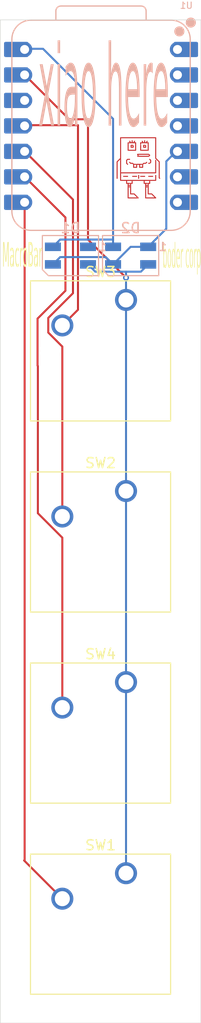
<source format=kicad_pcb>
(kicad_pcb (version 20241229) (generator "pcbnew") (generator_version "9.0")
  (layers (0 "F.Cu" signal) (2 "B.Cu" signal) (13 "F.Paste" user) (15 "B.Paste" user) (5 "F.SilkS" user "F.Silkscreen") (7 "B.SilkS" user "B.Silkscreen") (1 "F.Mask" user) (3 "B.Mask" user) (25 "Edge.Cuts" user))
  (net 0 "")
  (net 1 "Net-(D1-DIN)")
  (net 2 "+5V")
  (net 4 "GND")
  (net 5 "Net-(U1-GPIO1{slash}RX)")
  (net 6 "Net-(U1-GPIO4{slash}MISO)")
  (net 7 "Net-(U1-GPIO3{slash}MOSI)")
  (net 8 "Net-(U1-GPIO2{slash}SCK)")
  (net 13 "unconnected-(U1-3V3-Pad12)")
  (footprint "Button_Switch_Keyboard:SW_Cherry_MX_1.00u_PCB" (layer "F.Cu") (at 140.54 51.92)
    (property "Reference" "SW3" (at -2.54 -2.794 0) (layer "F.SilkS"))
    (property "Value" "SW_Push")
    (fp_line (start -9.525 -1.905) (end 4.445 -1.905) (stroke (width 0.12)) (layer "F.SilkS"))
    (fp_line (start -9.525 12.065) (end -9.525 -1.905) (stroke (width 0.12)) (layer "F.SilkS"))
    (fp_line (start 4.445 -1.905) (end 4.445 12.065) (stroke (width 0.12)) (layer "F.SilkS"))
    (fp_line (start 4.445 12.065) (end -9.525 12.065) (stroke (width 0.12)) (layer "F.SilkS"))
    (pad "" np_thru_hole circle (at -7.62 5.08) (size 1.7 1.7) (drill 1.7) (layers "*.Cu" "*.Mask"))
    (pad "" np_thru_hole circle (at -2.54 5.08) (size 4 4) (drill 4) (layers "*.Cu" "*.Mask"))
    (pad "" np_thru_hole circle (at 2.54 5.08) (size 1.7 1.7) (drill 1.7) (layers "*.Cu" "*.Mask"))
    (pad "1" thru_hole circle (at 0 0) (size 2.2 2.2) (drill 1.5) (layers "*.Cu" "*.Mask") (net 4 "GND"))
    (pad "2" thru_hole circle (at -6.35 2.54) (size 2.2 2.2) (drill 1.5) (layers "*.Cu" "*.Mask") (net 7 "Net-(U1-GPIO3{slash}MOSI)"))
  )
  (footprint "Button_Switch_Keyboard:SW_Cherry_MX_1.00u_PCB" (layer "F.Cu") (at 140.54 109.07)
    (property "Reference" "SW1" (at -2.54 -2.794 0) (layer "F.SilkS"))
    (property "Value" "SW_Push")
    (fp_line (start -9.525 -1.905) (end 4.445 -1.905) (stroke (width 0.12)) (layer "F.SilkS"))
    (fp_line (start -9.525 12.065) (end -9.525 -1.905) (stroke (width 0.12)) (layer "F.SilkS"))
    (fp_line (start 4.445 -1.905) (end 4.445 12.065) (stroke (width 0.12)) (layer "F.SilkS"))
    (fp_line (start 4.445 12.065) (end -9.525 12.065) (stroke (width 0.12)) (layer "F.SilkS"))
    (pad "" np_thru_hole circle (at -7.62 5.08) (size 1.7 1.7) (drill 1.7) (layers "*.Cu" "*.Mask"))
    (pad "" np_thru_hole circle (at -2.54 5.08) (size 4 4) (drill 4) (layers "*.Cu" "*.Mask"))
    (pad "" np_thru_hole circle (at 2.54 5.08) (size 1.7 1.7) (drill 1.7) (layers "*.Cu" "*.Mask"))
    (pad "1" thru_hole circle (at 0 0) (size 2.2 2.2) (drill 1.5) (layers "*.Cu" "*.Mask") (net 4 "GND"))
    (pad "2" thru_hole circle (at -6.35 2.54) (size 2.2 2.2) (drill 1.5) (layers "*.Cu" "*.Mask") (net 5 "Net-(U1-GPIO1{slash}RX)"))
  )
  (footprint "Button_Switch_Keyboard:SW_Cherry_MX_1.00u_PCB" (layer "F.Cu") (at 140.54 70.97)
    (property "Reference" "SW2" (at -2.54 -2.794 0) (layer "F.SilkS"))
    (property "Value" "SW_Push")
    (fp_line (start -9.525 -1.905) (end 4.445 -1.905) (stroke (width 0.12)) (layer "F.SilkS"))
    (fp_line (start -9.525 12.065) (end -9.525 -1.905) (stroke (width 0.12)) (layer "F.SilkS"))
    (fp_line (start 4.445 -1.905) (end 4.445 12.065) (stroke (width 0.12)) (layer "F.SilkS"))
    (fp_line (start 4.445 12.065) (end -9.525 12.065) (stroke (width 0.12)) (layer "F.SilkS"))
    (pad "" np_thru_hole circle (at -7.62 5.08) (size 1.7 1.7) (drill 1.7) (layers "*.Cu" "*.Mask"))
    (pad "" np_thru_hole circle (at -2.54 5.08) (size 4 4) (drill 4) (layers "*.Cu" "*.Mask"))
    (pad "" np_thru_hole circle (at 2.54 5.08) (size 1.7 1.7) (drill 1.7) (layers "*.Cu" "*.Mask"))
    (pad "1" thru_hole circle (at 0 0) (size 2.2 2.2) (drill 1.5) (layers "*.Cu" "*.Mask") (net 4 "GND"))
    (pad "2" thru_hole circle (at -6.35 2.54) (size 2.2 2.2) (drill 1.5) (layers "*.Cu" "*.Mask") (net 6 "Net-(U1-GPIO4{slash}MISO)"))
  )
  (footprint "Button_Switch_Keyboard:SW_Cherry_MX_1.00u_PCB" (layer "F.Cu") (at 140.54 90.02)
    (property "Reference" "SW4" (at -2.54 -2.794 0) (layer "F.SilkS"))
    (property "Value" "SW_Push")
    (fp_line (start -9.525 -1.905) (end 4.445 -1.905) (stroke (width 0.12)) (layer "F.SilkS"))
    (fp_line (start -9.525 12.065) (end -9.525 -1.905) (stroke (width 0.12)) (layer "F.SilkS"))
    (fp_line (start 4.445 -1.905) (end 4.445 12.065) (stroke (width 0.12)) (layer "F.SilkS"))
    (fp_line (start 4.445 12.065) (end -9.525 12.065) (stroke (width 0.12)) (layer "F.SilkS"))
    (pad "" np_thru_hole circle (at -7.62 5.08) (size 1.7 1.7) (drill 1.7) (layers "*.Cu" "*.Mask"))
    (pad "" np_thru_hole circle (at -2.54 5.08) (size 4 4) (drill 4) (layers "*.Cu" "*.Mask"))
    (pad "" np_thru_hole circle (at 2.54 5.08) (size 1.7 1.7) (drill 1.7) (layers "*.Cu" "*.Mask"))
    (pad "1" thru_hole circle (at 0 0) (size 2.2 2.2) (drill 1.5) (layers "*.Cu" "*.Mask") (net 4 "GND"))
    (pad "2" thru_hole circle (at -6.35 2.54) (size 2.2 2.2) (drill 1.5) (layers "*.Cu" "*.Mask") (net 8 "Net-(U1-GPIO2{slash}SCK)"))
  )
  (footprint "OPL:XIAO-RP2040-DIP" (layer "B.Cu") (at 138.05 34.5685 180)
    (property "Reference" "U1" (at -8.5 12 0) (layer "B.SilkS") (effects (font (size 0.635 0.635) (thickness 0.1016)) (justify mirror)))
    (property "Value" "XIAO-RP2040-DIP")
    (fp_line (start 8.89 -8.509) (end 8.89 8.636) (stroke (width 0.127)) (layer "B.SilkS"))
    (fp_line (start 6.985 10.541) (end -6.985 10.541) (stroke (width 0.1)) (layer "B.SilkS"))
    (fp_line (start 6.985 10.541) (end -6.985 10.541) (stroke (width 0.127)) (layer "B.SilkS"))
    (fp_line (start 4.504 11.451) (end 4.504 10.541) (stroke (width 0.127)) (layer "B.SilkS"))
    (fp_line (start -3.991272 11.951) (end 4.004 11.951) (stroke (width 0.127)) (layer "B.SilkS"))
    (fp_line (start -4.495 10.541) (end -4.491272 11.451272) (stroke (width 0.127)) (layer "B.SilkS"))
    (fp_line (start -6.985 -10.414) (end 6.985 -10.414) (stroke (width 0.127)) (layer "B.SilkS"))
    (fp_line (start -8.89 -8.509) (end -8.89 8.636) (stroke (width 0.127)) (layer "B.SilkS"))
    (fp_arc (start 8.89 8.636) (mid 8.332038 9.983038) (end 6.985 10.541) (stroke (width 0.127)) (layer "B.SilkS"))
    (fp_arc (start 6.985 -10.414) (mid 8.332038 -9.856038) (end 8.89 -8.509) (stroke (width 0.127)) (layer "B.SilkS"))
    (fp_arc (start 4.504 11.451) (mid 4.357553 11.804553) (end 4.004 11.951) (stroke (width 0.127)) (layer "B.SilkS"))
    (fp_arc (start -3.991272 11.951) (mid -4.344724 11.804644) (end -4.491272 11.451272) (stroke (width 0.127)) (layer "B.SilkS"))
    (fp_arc (start -6.985 10.541) (mid -8.332038 9.983038) (end -8.89 8.636) (stroke (width 0.127)) (layer "B.SilkS"))
    (fp_arc (start -8.89 -8.509) (mid -8.332038 -9.856038) (end -6.985 -10.414) (stroke (width 0.127)) (layer "B.SilkS"))
    (fp_circle (center -7.807 9.42) (end -7.807 9.674) (stroke (width 0.5)) (fill yes) (layer "B.SilkS"))
    (fp_circle (center -8.95 10.3) (end -8.95 10.554) (stroke (width 0.5)) (fill yes) (layer "B.SilkS"))
    (pad "1" smd roundrect (at -8.455 7.62) (size 2.432 1.524) (layers "B.Cu" "B.Mask") (roundrect_rratio 0.1))
    (pad "1" thru_hole circle (at -7.62 7.62) (size 1.524 1.524) (drill 0.889) (layers "*.Cu" "*.Mask"))
    (pad "2" smd roundrect (at -8.455 5.08) (size 2.432 1.524) (layers "B.Cu" "B.Mask") (roundrect_rratio 0.1))
    (pad "2" thru_hole circle (at -7.62 5.08) (size 1.524 1.524) (drill 0.889) (layers "*.Cu" "*.Mask"))
    (pad "3" smd roundrect (at -8.455 2.54) (size 2.432 1.524) (layers "B.Cu" "B.Mask") (roundrect_rratio 0.1))
    (pad "3" thru_hole circle (at -7.62 2.54) (size 1.524 1.524) (drill 0.889) (layers "*.Cu" "*.Mask"))
    (pad "4" smd roundrect (at -8.455 0) (size 2.432 1.524) (layers "B.Cu" "B.Mask") (roundrect_rratio 0.1))
    (pad "4" thru_hole circle (at -7.62 0) (size 1.524 1.524) (drill 0.889) (layers "*.Cu" "*.Mask"))
    (pad "5" smd roundrect (at -8.455 -2.54) (size 2.432 1.524) (layers "B.Cu" "B.Mask") (roundrect_rratio 0.1) (net 1 "Net-(D1-DIN)"))
    (pad "5" thru_hole circle (at -7.62 -2.54) (size 1.524 1.524) (drill 0.889) (layers "*.Cu" "*.Mask") (net 1 "Net-(D1-DIN)"))
    (pad "6" smd roundrect (at -8.455 -5.08) (size 2.432 1.524) (layers "B.Cu" "B.Mask") (roundrect_rratio 0.1))
    (pad "6" thru_hole circle (at -7.62 -5.08) (size 1.524 1.524) (drill 0.889) (layers "*.Cu" "*.Mask"))
    (pad "7" smd roundrect (at -8.455 -7.62) (size 2.432 1.524) (layers "B.Cu" "B.Mask") (roundrect_rratio 0.1))
    (pad "7" thru_hole circle (at -7.62 -7.62) (size 1.524 1.524) (drill 0.889) (layers "*.Cu" "*.Mask"))
    (pad "8" thru_hole circle (at 7.62 -7.62 180) (size 1.524 1.524) (drill 0.889) (layers "*.Cu" "*.Mask") (net 5 "Net-(U1-GPIO1{slash}RX)"))
    (pad "8" smd roundrect (at 8.455 -7.62 180) (size 2.432 1.524) (layers "B.Cu" "B.Mask") (roundrect_rratio 0.1) (net 5 "Net-(U1-GPIO1{slash}RX)"))
    (pad "9" thru_hole circle (at 7.62 -5.08 180) (size 1.524 1.524) (drill 0.889) (layers "*.Cu" "*.Mask") (net 8 "Net-(U1-GPIO2{slash}SCK)"))
    (pad "9" smd roundrect (at 8.455 -5.08 180) (size 2.432 1.524) (layers "B.Cu" "B.Mask") (roundrect_rratio 0.1) (net 8 "Net-(U1-GPIO2{slash}SCK)"))
    (pad "10" thru_hole circle (at 7.62 -2.54 180) (size 1.524 1.524) (drill 0.889) (layers "*.Cu" "*.Mask") (net 6 "Net-(U1-GPIO4{slash}MISO)"))
    (pad "10" smd roundrect (at 8.455 -2.54 180) (size 2.432 1.524) (layers "B.Cu" "B.Mask") (roundrect_rratio 0.1) (net 6 "Net-(U1-GPIO4{slash}MISO)"))
    (pad "11" thru_hole circle (at 7.62 0 180) (size 1.524 1.524) (drill 0.889) (layers "*.Cu" "*.Mask") (net 7 "Net-(U1-GPIO3{slash}MOSI)"))
    (pad "11" smd roundrect (at 8.455 0 180) (size 2.432 1.524) (layers "B.Cu" "B.Mask") (roundrect_rratio 0.1) (net 7 "Net-(U1-GPIO3{slash}MOSI)"))
    (pad "12" thru_hole circle (at 7.62 2.54 180) (size 1.524 1.524) (drill 0.889) (layers "*.Cu" "*.Mask") (net 13 "unconnected-(U1-3V3-Pad12)"))
    (pad "12" smd roundrect (at 8.455 2.54 180) (size 2.432 1.524) (layers "B.Cu" "B.Mask") (roundrect_rratio 0.1) (net 13 "unconnected-(U1-3V3-Pad12)"))
    (pad "13" thru_hole circle (at 7.62 5.08 180) (size 1.524 1.524) (drill 0.889) (layers "*.Cu" "*.Mask") (net 4 "GND"))
    (pad "13" smd roundrect (at 8.455 5.08 180) (size 2.432 1.524) (layers "B.Cu" "B.Mask") (roundrect_rratio 0.1) (net 4 "GND"))
    (pad "14" thru_hole circle (at 7.62 7.62 180) (size 1.524 1.524) (drill 0.889) (layers "*.Cu" "*.Mask") (net 2 "+5V"))
    (pad "14" smd roundrect (at 8.455 7.62 180) (size 2.432 1.524) (layers "B.Cu" "B.Mask") (roundrect_rratio 0.1) (net 2 "+5V"))
  )
  (footprint "LED_SMD:LED_SK6812MINI_PLCC4_3.5x3.5mm_P1.75mm" (layer "B.Cu") (at 135 47.5 180)
    (property "Reference" "D1" (at 0 2.75 0) (layer "B.SilkS") (effects (justify mirror)))
    (property "Value" "SK6812MINI")
    (fp_line (start 2.8 -1.4) (end 2.8 2) (stroke (width 0.12)) (layer "B.SilkS"))
    (fp_line (start 2.8 -1.4) (end 2.2 -2) (stroke (width 0.12)) (layer "B.SilkS"))
    (fp_line (start -2.8 2) (end 2.8 2) (stroke (width 0.12)) (layer "B.SilkS"))
    (fp_line (start -2.8 2) (end -2.8 -2) (stroke (width 0.12)) (layer "B.SilkS"))
    (fp_line (start -2.8 -2) (end 2.2 -2) (stroke (width 0.12)) (layer "B.SilkS"))
    (fp_text user "1" (at -3.2 0.875 0) (layer "B.SilkS") (effects (font (size 0.8 0.8)) (justify mirror)))
    (pad "1" smd rect (at -1.75 0.875 180) (size 1.6 0.85) (layers "B.Cu" "B.Mask" "B.Paste"))
    (pad "2" smd rect (at -1.75 -0.875 180) (size 1.6 0.85) (layers "B.Cu" "B.Mask" "B.Paste") (net 4 "GND"))
    (pad "3" smd rect (at 1.75 -0.875 180) (size 1.6 0.85) (layers "B.Cu" "B.Mask" "B.Paste") (net 1 "Net-(D1-DIN)"))
    (pad "4" smd rect (at 1.75 0.875 180) (size 1.6 0.85) (layers "B.Cu" "B.Mask" "B.Paste") (net 2 "+5V"))
  )
  (footprint "LED_SMD:LED_SK6812MINI_PLCC4_3.5x3.5mm_P1.75mm" (layer "B.Cu") (at 141 47.5 180)
    (property "Reference" "D2" (at 0 2.75 0) (layer "B.SilkS") (effects (justify mirror)))
    (property "Value" "SK6812MINI")
    (fp_line (start 2.8 -1.4) (end 2.8 2) (stroke (width 0.12)) (layer "B.SilkS"))
    (fp_line (start 2.8 -1.4) (end 2.2 -2) (stroke (width 0.12)) (layer "B.SilkS"))
    (fp_line (start -2.8 2) (end 2.8 2) (stroke (width 0.12)) (layer "B.SilkS"))
    (fp_line (start -2.8 2) (end -2.8 -2) (stroke (width 0.12)) (layer "B.SilkS"))
    (fp_line (start -2.8 -2) (end 2.2 -2) (stroke (width 0.12)) (layer "B.SilkS"))
    (fp_text user "1" (at -3.2 0.875 0) (layer "B.SilkS") (effects (font (size 0.8 0.8)) (justify mirror)))
    (pad "1" smd rect (at -1.75 0.875 180) (size 1.6 0.85) (layers "B.Cu" "B.Mask" "B.Paste") (net 1 "Net-(D1-DIN)"))
    (pad "2" smd rect (at -1.75 -0.875 180) (size 1.6 0.85) (layers "B.Cu" "B.Mask" "B.Paste") (net 4 "GND"))
    (pad "3" smd rect (at 1.75 -0.875 180) (size 1.6 0.85) (layers "B.Cu" "B.Mask" "B.Paste") (net 1 "Net-(D1-DIN)"))
    (pad "4" smd rect (at 1.75 0.875 180) (size 1.6 0.85) (layers "B.Cu" "B.Mask" "B.Paste") (net 2 "+5V"))
  )
  (gr_rect (start 128 24) (end 148 124) (stroke (width 0.05)) (fill no) (layer "Edge.Cuts"))
  (gr_text "boder corp" (at 144.2 49.1 0) (layer "F.SilkS") (effects (font (size 2.4 0.5) (thickness 0.1)) (justify left bottom)))
  (gr_text "MacroBar" (at 128.2 49 0) (layer "F.SilkS") (effects (font (size 2.4 0.6) (thickness 0.1)) (justify left bottom)))
  (gr_text "xiao here" (at 131.8 35.9 0) (layer "B.SilkS") (effects (font (size 8 2) (thickness 0.1)) (justify left bottom)))
  (segment (start 140.6 38) (end 140.6 38.2) (width 0.1) (layer "F.Cu") (net 0))
  (segment (start 140.75 40.3) (end 140.75 40.5) (width 0.1) (layer "F.Cu") (net 0))
  (segment (start 141.8 37.6) (end 141.7 37.6) (width 0.1) (layer "F.Cu") (net 0))
  (segment (start 140.75 40) (end 141.3 40) (width 0.1) (layer "F.Cu") (net 0))
  (segment (start 142.7 36.25) (end 142.75 36.25) (width 0.1) (layer "F.Cu") (net 0))
  (segment (start 141.75 41.75) (end 140.75 41.75) (width 0.1) (layer "F.Cu") (net 0))
  (segment (start 142.2 36.25) (end 142.2 36.15) (width 0.1) (layer "F.Cu") (net 0))
  (segment (start 141.15 36.25) (end 141.35 36.25) (width 0.1) (layer "F.Cu") (net 0))
  (segment (start 142.6 36.25) (end 142.6 36.15) (width 0.1) (layer "F.Cu") (net 0))
  (segment (start 142.6 38.2) (end 142.5 38.3) (width 0.1) (layer "F.Cu") (net 0))
  (segment (start 141.25 36.7) (end 141.25 36.55) (width 0.1) (layer "F.Cu") (net 0))
  (segment (start 142 37) (end 142 36.75) (width 0.1) (layer "F.Cu") (net 0))
  (segment (start 141.5 37) (end 140.75 37) (width 0.1) (layer "F.Cu") (net 0))
  (segment (start 141.3 38.7) (end 141.6 38.7) (width 0.1) (layer "F.Cu") (net 0))
  (segment (start 141.8 37.4) (end 142.8 37.4) (width 0.1) (layer "F.Cu") (net 0))
  (segment (start 140.6 40.3) (end 140.6 40) (width 0.1) (layer "F.Cu") (net 0))
  (segment (start 142.5 41.75) (end 142.5 40.65) (width 0.1) (layer "F.Cu") (net 0))
  (segment (start 143.5 35.75) (end 140 35.75) (width 0.1) (layer "F.Cu") (net 0))
  (segment (start 142.5 40.3) (end 142.5 40.5) (width 0.1) (layer "F.Cu") (net 0))
  (segment (start 142.35 40.3) (end 142.35 40) (width 0.1) (layer "F.Cu") (net 0))
  (segment (start 141.7 37.4) (end 141.7 37.45) (width 0.1) (layer "F.Cu") (net 0))
  (segment (start 142.5 40.5) (end 142.65 40.5) (width 0.1) (layer "F.Cu") (net 0))
  (segment (start 143.1 41.35) (end 143.5 41.75) (width 0.1) (layer "F.Cu") (net 0))
  (segment (start 143 38) (end 143 38.2) (width 0.1) (layer "F.Cu") (net 0))
  (segment (start 140.9 37.9) (end 140.7 37.9) (width 0.1) (layer "F.Cu") (net 0))
  (segment (start 141 38.3) (end 141.2 38.3) (width 0.1) (layer "F.Cu") (net 0))
  (segment (start 140.6 40) (end 140.75 40) (width 0.1) (layer "F.Cu") (net 0))
  (segment (start 141.15 40.1) (end 141.15 40.3) (width 0.1) (layer "F.Cu") (net 0))
  (segment (start 143.85 39.75) (end 143.9 39.8) (width 0.1) (layer "F.Cu") (net 0))
  (segment (start 142 36.25) (end 142.1 36.25) (width 0.1) (layer "F.Cu") (net 0))
  (segment (start 141.3 39.6) (end 141.6 39.6) (width 0.1) (layer "F.Cu") (net 0))
  (segment (start 142.4 36.25) (end 142.6 36.25) (width 0.1) (layer "F.Cu") (net 0))
  (segment (start 143.85 38.15) (end 143.5 37.8) (width 0.1) (layer "F.Cu") (net 0))
  (segment (start 142.5 40.3) (end 142.65 40.3) (width 0.1) (layer "F.Cu") (net 0))
  (segment (start 142.5 40.3) (end 142.35 40.3) (width 0.1) (layer "F.Cu") (net 0))
  (segment (start 142.3 36.5) (end 142.3 36.7) (width 0.1) (layer "F.Cu") (net 0))
  (segment (start 142.75 41.35) (end 143.1 41.35) (width 0.1) (layer "F.Cu") (net 0))
  (segment (start 141 41.35) (end 141.35 41.35) (width 0.1) (layer "F.Cu") (net 0))
  (segment (start 140.95 36.25) (end 141.15 36.25) (width 0.1) (layer "F.Cu") (net 0))
  (segment (start 141.35 36.25) (end 141.35 36.15) (width 0.1) (layer "F.Cu") (net 0))
  (segment (start 142.9 39.6) (end 142.8 39.6) (width 0.1) (layer "F.Cu") (net 0))
  (segment (start 142.6 36.25) (end 142.7 36.25) (width 0.1) (layer "F.Cu") (net 0))
  (segment (start 140.4 40) (end 140.6 40) (width 0.1) (layer "F.Cu") (net 0))
  (segment (start 141.9 38.4) (end 142.1 38.4) (width 0.1) (layer "F.Cu") (net 0))
  (segment (start 140.95 36.25) (end 140.95 36.15) (width 0.1) (layer "F.Cu") (net 0))
  (segment (start 142.3 38.3) (end 142.2 38.4) (width 0.1) (layer "F.Cu") (net 0))
  (segment (start 142.9 37.9) (end 143 38) (width 0.1) (layer "F.Cu") (net 0))
  (segment (start 142.9 40.3) (end 142.75 40.3) (width 0.1) (layer "F.Cu") (net 0))
  (segment (start 140.75 40.3) (end 140.9 40.3) (width 0.1) (layer "F.Cu") (net 0))
  (segment (start 142 36.25) (end 142 36.4) (width 0.1) (layer "F.Cu") (net 0))
  (segment (start 143.5 39.5) (end 143.5 40) (width 0.1) (layer "F.Cu") (net 0))
  (segment (start 141.8 37.4) (end 141.7 37.4) (width 0.1) (layer "F.Cu") (net 0))
  (segment (start 142.5 40.5) (end 142.5 40.65) (width 0.1) (layer "F.Cu") (net 0))
  (segment (start 141.3 39.6) (end 141.2 39.6) (width 0.1) (layer "F.Cu") (net 0))
  (segment (start 141.3 38.4) (end 141.3 38.7) (width 0.1) (layer "F.Cu") (net 0))
  (segment (start 141.3 38.4) (end 141.5 38.4) (width 0.1) (layer "F.Cu") (net 0))
  (segment (start 143.85 39.7) (end 143.85 38.15) (width 0.1) (layer "F.Cu") (net 0))
  (segment (start 141.3 40) (end 142 40) (width 0.1) (layer "F.Cu") (net 0))
  (segment (start 141.8 39.6) (end 141.8 39.5) (width 0.1) (layer "F.Cu") (net 0))
  (segment (start 142.5 40.65) (end 142.65 40.65) (width 0.1) (layer "F.Cu") (net 0))
  (segment (start 141.35 41.35) (end 141.75 41.75) (width 0.1) (layer "F.Cu") (net 0))
  (segment (start 140.95 36.15) (end 140.9 36.1) (width 0.1) (layer "F.Cu") (net 0))
  (segment (start 141.05 36.5) (end 141.15 36.5) (width 0.1) (layer "F.Cu") (net 0))
  (segment (start 140.6 38.2) (end 140.6 38.3) (width 0.1) (layer "F.Cu") (net 0))
  (segment (start 142.9 40.1) (end 142.9 40.3) (width 0.1) (layer "F.Cu") (net 0))
  (segment (start 140 37.8) (end 139.7 38.1) (width 0.1) (layer "F.Cu") (net 0))
  (segment (start 141.15 36.5) (end 141.2 36.5) (width 0.1) (layer "F.Cu") (net 0))
  (segment (start 143 38.2) (end 142.9 38.3) (width 0.1) (layer "F.Cu") (net 0))
  (segment (start 142.3 36.7) (end 142.5 36.7) (width 0.1) (layer "F.Cu") (net 0))
  (segment (start 142.4 36.1) (end 142.4 36.05) (width 0.1) (layer "F.Cu") (net 0))
  (segment (start 143.85 39.7) (end 143.85 39.75) (width 0.1) (layer "F.Cu") (net 0))
  (segment (start 140 39.25) (end 141.75 39.25) (width 0.1) (layer "F.Cu") (net 0))
  (segment (start 140.85 36.25) (end 140.95 36.25) (width 0.1) (layer "F.Cu") (net 0))
  (segment (start 142.8 37.4) (end 142.9 37.5) (width 0.1) (layer "F.Cu") (net 0))
  (segment (start 140.3 39.6) (end 140.6 39.6) (width 0.1) (layer "F.Cu") (net 0))
  (segment (start 140.6 39.6) (end 140.7 39.6) (width 0.1) (layer "F.Cu") (net 0))
  (segment (start 142 40) (end 142.35 40) (width 0.1) (layer "F.Cu") (net 0))
  (segment (start 141.8 39.6) (end 141.8 39.8) (width 0.1) (layer "F.Cu") (net 0))
  (segment (start 140.75 40.5) (end 140.9 40.5) (width 0.1) (layer "F.Cu") (net 0))
  (segment (start 142.75 36.25) (end 142.75 37) (width 0.1) (layer "F.Cu") (net 0))
  (segment (start 142.9 38.3) (end 142.8 38.3) (width 0.1) (layer "F.Cu") (net 0))
  (segment (start 142.75 40.3) (end 142.75 41.35) (width 0.1) (layer "F.Cu") (net 0))
  (segment (start 141.75 39.25) (end 143.5 39.25) (width 0.1) (layer "F.Cu") (net 0))
  (segment (start 142.75 37) (end 142 37) (width 0.1) (layer "F.Cu") (net 0))
  (segment (start 143.5 41.75) (end 142.5 41.75) (width 0.1) (layer "F.Cu") (net 0))
  (segment (start 141.5 36.25) (end 141.5 37) (width 0.1) (layer "F.Cu") (net 0))
  (segment (start 141.05 36.7) (end 141.05 36.5) (width 0.1) (layer "F.Cu") (net 0))
  (segment (start 140.6 38.3) (end 140.7 38.4) (width 0.1) (layer "F.Cu") (net 0))
  (segment (start 140 37.8) (end 140 38.5) (width 0.1) (layer "F.Cu") (net 0))
  (segment (start 142.2 36.15) (end 142.15 36.1) (width 0.1) (layer "F.Cu") (net 0))
  (segment (start 142.5 38.3) (end 142.3 38.3) (width 0.1) (layer "F.Cu") (net 0))
  (segment (start 142.1 36.25) (end 142.2 36.25) (width 0.1) (layer "F.Cu") (net 0))
  (segment (start 142.2 38.7) (end 141.9 38.7) (width 0.1) (layer "F.Cu") (net 0))
  (segment (start 140.75 40.5) (end 140.75 40.65) (width 0.1) (layer "F.Cu") (net 0))
  (segment (start 142 36.75) (end 142 36.5) (width 0.1) (layer "F.Cu") (net 0))
  (segment (start 141.15 36.1) (end 141.15 36.05) (width 0.1) (layer "F.Cu") (net 0))
  (segment (start 142.5 36.7) (end 142.5 36.55) (width 0.1) (layer "F.Cu") (net 0))
  (segment (start 141.35 36.25) (end 141.5 36.25) (width 0.1) (layer "F.Cu") (net 0))
  (segment (start 142.4 39.6) (end 142 39.6) (width 0.1) (layer "F.Cu") (net 0))
  (segment (start 139.651 38.149) (end 139.651 39.8) (width 0.1) (layer "F.Cu") (net 0))
  (segment (start 141 40.3) (end 141 41.35) (width 0.1) (layer "F.Cu") (net 0))
  (segment (start 140.75 40.65) (end 140.9 40.65) (width 0.1) (layer "F.Cu") (net 0))
  (segment (start 141.6 38.4) (end 141.9 38.4) (width 0.1) (layer "F.Cu") (net 0))
  (segment (start 143.5 37.8) (end 143.5 35.75) (width 0.1) (layer "F.Cu") (net 0))
  (segment (start 141.15 40.3) (end 141 40.3) (width 0.1) (layer "F.Cu") (net 0))
  (segment (start 141.6 38.7) (end 141.6 38.4) (width 0.1) (layer "F.Cu") (net 0))
  (segment (start 141.35 36.15) (end 141.4 36.1) (width 0.1) (layer "F.Cu") (net 0))
  (segment (start 139.7 38.1) (end 139.651 38.149) (width 0.1) (layer "F.Cu") (net 0))
  (segment (start 142.45 36.5) (end 142.3 36.5) (width 0.1) (layer "F.Cu") (net 0))
  (segment (start 142.6 37.6) (end 141.8 37.6) (width 0.1) (layer "F.Cu") (net 0))
  (segment (start 142.2 36.25) (end 142.4 36.25) (width 0.1) (layer "F.Cu") (net 0))
  (segment (start 142.6 36.15) (end 142.65 36.1) (width 0.1) (layer "F.Cu") (net 0))
  (segment (start 141.7 37.45) (end 141.75 37.5) (width 0.1) (layer "F.Cu") (net 0))
  (segment (start 140.9 38.2) (end 141 38.3) (width 0.1) (layer "F.Cu") (net 0))
  (segment (start 140.7 37.9) (end 140.6 38) (width 0.1) (layer "F.Cu") (net 0))
  (segment (start 140 39.25) (end 140 40) (width 0.1) (layer "F.Cu") (net 0))
  (segment (start 140.75 37) (end 140.75 36.25) (width 0.1) (layer "F.Cu") (net 0))
  (segment (start 143.5 39.25) (end 143.5 38) (width 0.1) (layer "F.Cu") (net 0))
  (segment (start 141.15 36.25) (end 141.15 36.1) (width 0.1) (layer "F.Cu") (net 0))
  (segment (start 141.9 38.7) (end 141.9 38.4) (width 0.1) (layer "F.Cu") (net 0))
  (segment (start 140 35.75) (end 140 37.8) (width 0.1) (layer "F.Cu") (net 0))
  (segment (start 143.2 39.6) (end 142.9 39.6) (width 0.1) (layer "F.Cu") (net 0))
  (segment (start 142.9 37.5) (end 142.8 37.6) (width 0.1) (layer "F.Cu") (net 0))
  (segment (start 140 40) (end 140.4 40) (width 0.1) (layer "F.Cu") (net 0))
  (segment (start 142.35 40) (end 142.5 40) (width 0.1) (layer "F.Cu") (net 0))
  (segment (start 142.4 36.25) (end 142.4 36.1) (width 0.1) (layer "F.Cu") (net 0))
  (segment (start 140 37.8) (end 140 38) (width 0.1) (layer "F.Cu") (net 0))
  (segment (start 140.75 40.3) (end 140.6 40.3) (width 0.1) (layer "F.Cu") (net 0))
  (segment (start 142.2 38.4) (end 142.2 38.7) (width 0.1) (layer "F.Cu") (net 0))
  (segment (start 141.25 36.7) (end 141.05 36.7) (width 0.1) (layer "F.Cu") (net 0))
  (segment (start 142.8 37.6) (end 142.6 37.6) (width 0.1) (layer "F.Cu") (net 0))
  (segment (start 140.75 41.75) (end 140.75 40.65) (width 0.1) (layer "F.Cu") (net 0))
  (segment (start 142.5 40) (end 143.5 40) (width 0.1) (layer "F.Cu") (net 0))
  (segment (start 140 38.5) (end 140 39.25) (width 0.1) (layer "F.Cu") (net 0))
  (segment (start 141.2 38.3) (end 141.3 38.4) (width 0.1) (layer "F.Cu") (net 0))
  (segment (start 142.75 46.625) (end 141 46.625) (width 0.2) (layer "B.Cu") (net 1))
  (segment (start 144.557 44.818) (end 144.557 38.103) (width 0.2) (layer "B.Cu") (net 1))
  (segment (start 133.976 47.649) (end 133.25 48.375) (width 0.2) (layer "B.Cu") (net 1))
  (segment (start 146.455 37.04) (end 145.62 37.04) (width 0.2) (layer "B.Cu") (net 1))
  (segment (start 142.75 46.625) (end 144.557 44.818) (width 0.2) (layer "B.Cu") (net 1))
  (segment (start 138.524 47.649) (end 133.976 47.649) (width 0.2) (layer "B.Cu") (net 1))
  (segment (start 141 46.625) (end 139.25 48.375) (width 0.2) (layer "B.Cu") (net 1))
  (segment (start 144.557 38.103) (end 145.62 37.04) (width 0.2) (layer "B.Cu") (net 1))
  (segment (start 139.25 48.375) (end 138.524 47.649) (width 0.2) (layer "B.Cu") (net 1))
  (segment (start 132.26 26.88) (end 130.38 26.88) (width 0.2) (layer "B.Cu") (net 2))
  (segment (start 133.25 46.625) (end 133.975 45.9) (width 0.2) (layer "B.Cu") (net 2))
  (segment (start 139.25 43.7) (end 139.25 45.9) (width 0.2) (layer "B.Cu") (net 2))
  (segment (start 139.249 43.699) (end 139.25 43.7) (width 0.2) (layer "B.Cu") (net 2))
  (segment (start 133.975 45.9) (end 139.25 45.9) (width 0.2) (layer "B.Cu") (net 2))
  (segment (start 139.25 45.9) (end 139.25 46.625) (width 0.2) (layer "B.Cu") (net 2))
  (segment (start 139.25 33.87) (end 132.26 26.88) (width 0.2) (layer "B.Cu") (net 2))
  (segment (start 139.25 43.7) (end 139.25 33.87) (width 0.2) (layer "B.Cu") (net 2))
  (segment (start 134.87 33.91) (end 130.38 29.42) (width 0.2) (layer "F.Cu") (net 4))
  (segment (start 140.54 49.7) (end 136.75 45.91) (width 0.2) (layer "F.Cu") (net 4))
  (segment (start 136.75 45.91) (end 136.75 33.91) (width 0.2) (layer "F.Cu") (net 4))
  (segment (start 136.75 33.91) (end 134.87 33.91) (width 0.2) (layer "F.Cu") (net 4))
  (via (at 140.54 49.7) (size 0.6) (drill 0.3) (layers "F.Cu" "B.Cu") (net 4))
  (segment (start 140.54 70.97) (end 140.54 51.92) (width 0.2) (layer "B.Cu") (net 4))
  (segment (start 137.476 49.101) (end 140.55 49.101) (width 0.2) (layer "B.Cu") (net 4))
  (segment (start 140.54 51.92) (end 140.54 49.7) (width 0.2) (layer "B.Cu") (net 4))
  (segment (start 136.75 48.375) (end 137.476 49.101) (width 0.2) (layer "B.Cu") (net 4))
  (segment (start 140.54 49.7) (end 140.54 49.111) (width 0.2) (layer "B.Cu") (net 4))
  (segment (start 140.55 49.101) (end 142.024 49.101) (width 0.2) (layer "B.Cu") (net 4))
  (segment (start 137.476 49.101) (end 137.721 49.101) (width 0.2) (layer "B.Cu") (net 4))
  (segment (start 142.024 49.101) (end 142.75 48.375) (width 0.2) (layer "B.Cu") (net 4))
  (segment (start 140.54 90.02) (end 140.54 70.97) (width 0.2) (layer "B.Cu") (net 4))
  (segment (start 140.54 49.111) (end 140.55 49.101) (width 0.2) (layer "B.Cu") (net 4))
  (segment (start 140.54 109.07) (end 140.54 90.02) (width 0.2) (layer "B.Cu") (net 4))
  (segment (start 130.38 107.8) (end 130.43 107.75) (width 0.2) (layer "F.Cu") (net 5))
  (segment (start 134.19 111.61) (end 130.38 107.8) (width 0.2) (layer "F.Cu") (net 5))
  (segment (start 130.43 107.75) (end 130.43 42.1885) (width 0.2) (layer "F.Cu") (net 5))
  (segment (start 135.25 41.91) (end 130.38 37.04) (width 0.2) (layer "F.Cu") (net 6))
  (segment (start 132.789 55.17053) (end 132.789 53.711) (width 0.2) (layer "F.Cu") (net 6))
  (segment (start 135.25 51.25) (end 135.25 41.91) (width 0.2) (layer "F.Cu") (net 6))
  (segment (start 134.19 56.57153) (end 132.789 55.17053) (width 0.2) (layer "F.Cu") (net 6))
  (segment (start 134.19 73.51) (end 134.19 56.57153) (width 0.2) (layer "F.Cu") (net 6))
  (segment (start 132.789 53.711) (end 135.25 51.25) (width 0.2) (layer "F.Cu") (net 6))
  (segment (start 135.75 34.5) (end 130.38 34.5) (width 0.2) (layer "F.Cu") (net 7))
  (segment (start 134.19 54.46) (end 135.75 52.9) (width 0.2) (layer "F.Cu") (net 7))
  (segment (start 135.75 52.9) (end 135.75 34.5) (width 0.2) (layer "F.Cu") (net 7))
  (segment (start 134.19 92.56) (end 134.19 75.62153) (width 0.2) (layer "F.Cu") (net 8))
  (segment (start 131.75 73.18153) (end 131.75 58.5) (width 0.2) (layer "F.Cu") (net 8))
  (segment (start 131.75 58.5) (end 131.719 58.469) (width 0.2) (layer "F.Cu") (net 8))
  (segment (start 134.5 43.7) (end 130.38 39.58) (width 0.2) (layer "F.Cu") (net 8))
  (segment (start 131.719 53.781) (end 134.5 51) (width 0.2) (layer "F.Cu") (net 8))
  (segment (start 134.19 75.62153) (end 131.75 73.18153) (width 0.2) (layer "F.Cu") (net 8))
  (segment (start 131.719 58.469) (end 131.719 53.781) (width 0.2) (layer "F.Cu") (net 8))
  (segment (start 134.5 51) (end 134.5 43.7) (width 0.2) (layer "F.Cu") (net 8))
  (segment (start 129.30237 32.62) (end 130.38 32.62) (width 0.2) (layer "B.Cu") (net 13))
)
</source>
